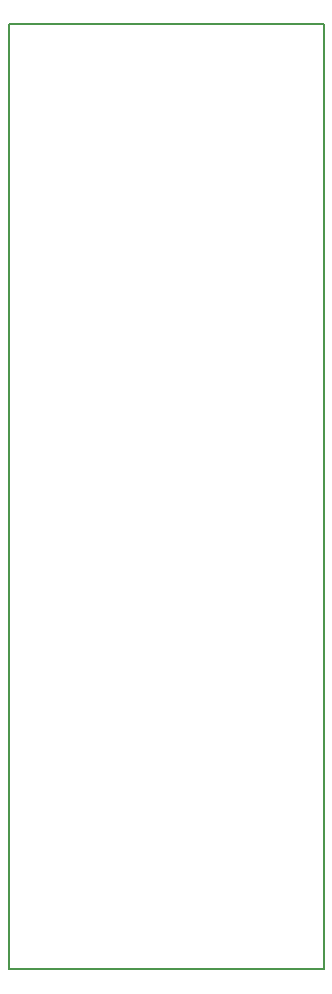
<source format=gbr>
G04 #@! TF.FileFunction,Profile,NP*
%FSLAX46Y46*%
G04 Gerber Fmt 4.6, Leading zero omitted, Abs format (unit mm)*
G04 Created by KiCad (PCBNEW 4.0.6) date 08/16/17 10:50:43*
%MOMM*%
%LPD*%
G01*
G04 APERTURE LIST*
%ADD10C,0.100000*%
%ADD11C,0.150000*%
G04 APERTURE END LIST*
D10*
D11*
X635000Y-81280000D02*
X635000Y-1270000D01*
X27305000Y-1270000D02*
X27305000Y-81280000D01*
X27305000Y-1270000D02*
X635000Y-1270000D01*
X635000Y-81280000D02*
X27305000Y-81280000D01*
M02*

</source>
